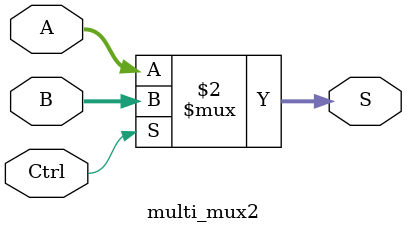
<source format=v>
`timescale 1ns / 1ps

module multi_mux2(
	A,		// ÊäÈëÊý¾ÝA
	B,		// ÊäÈëÊý¾ÝB
	Ctrl,	// ¿ØÖÆÐÅºÅ£¨0:A, 1:B)
	S		// Êä³öÊý¾Ý
);

	parameter N = 32;
	input wire [N - 1: 0] A, B;
	output wire [N - 1: 0] S;
	input wire Ctrl;
	
	assign S = (Ctrl == 1'b0) ? A : B;

endmodule

</source>
